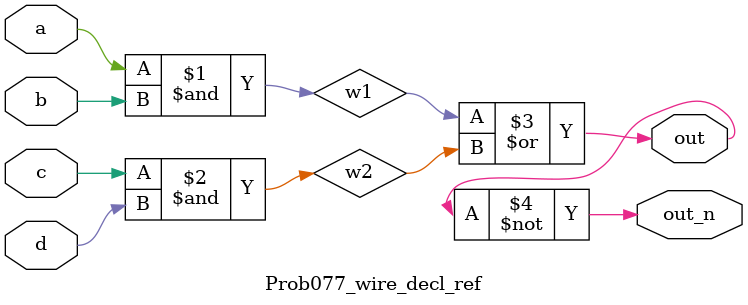
<source format=sv>

module Prob077_wire_decl_ref (
  input a,
  input b,
  input c,
  input d,
  output out,
  output out_n
);

  wire w1, w2;
  assign w1 = a&b;
  assign w2 = c&d;
  assign out = w1|w2;
  assign out_n = ~out;

endmodule


</source>
